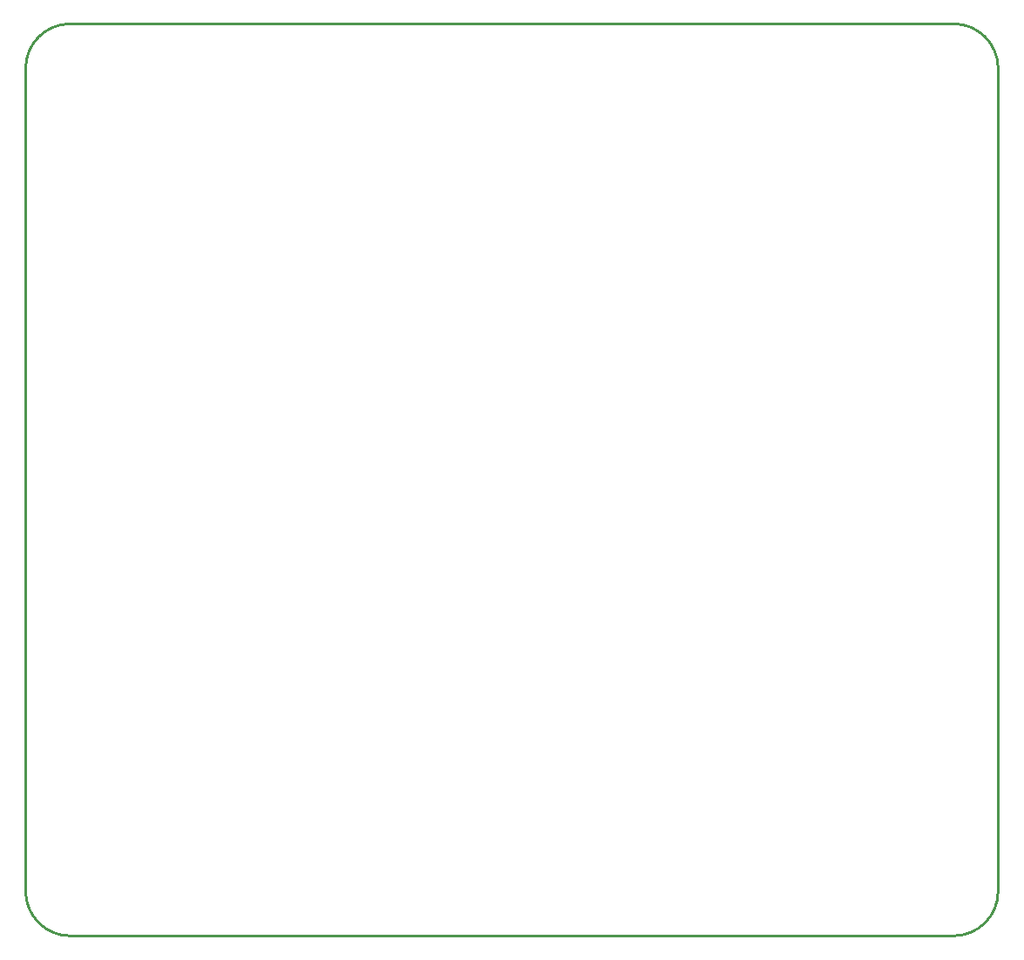
<source format=gko>
G04*
G04 #@! TF.GenerationSoftware,Altium Limited,Altium Designer,20.0.10 (225)*
G04*
G04 Layer_Color=16711935*
%FSLAX25Y25*%
%MOIN*%
G70*
G01*
G75*
%ADD10C,0.01000*%
D10*
X310070Y-174480D02*
G03*
X327070Y-157480I0J17000D01*
G01*
Y157480D02*
G03*
X310070Y174480I-17000J0D01*
G01*
X-27870D02*
G03*
X-44870Y157480I0J-17000D01*
G01*
Y-157480D02*
G03*
X-27870Y-174480I17000J0D01*
G01*
Y174480D02*
X310070D01*
X327070Y-157480D02*
Y157480D01*
X-27870Y-174480D02*
X310070D01*
X-44870Y-157480D02*
Y157480D01*
M02*

</source>
